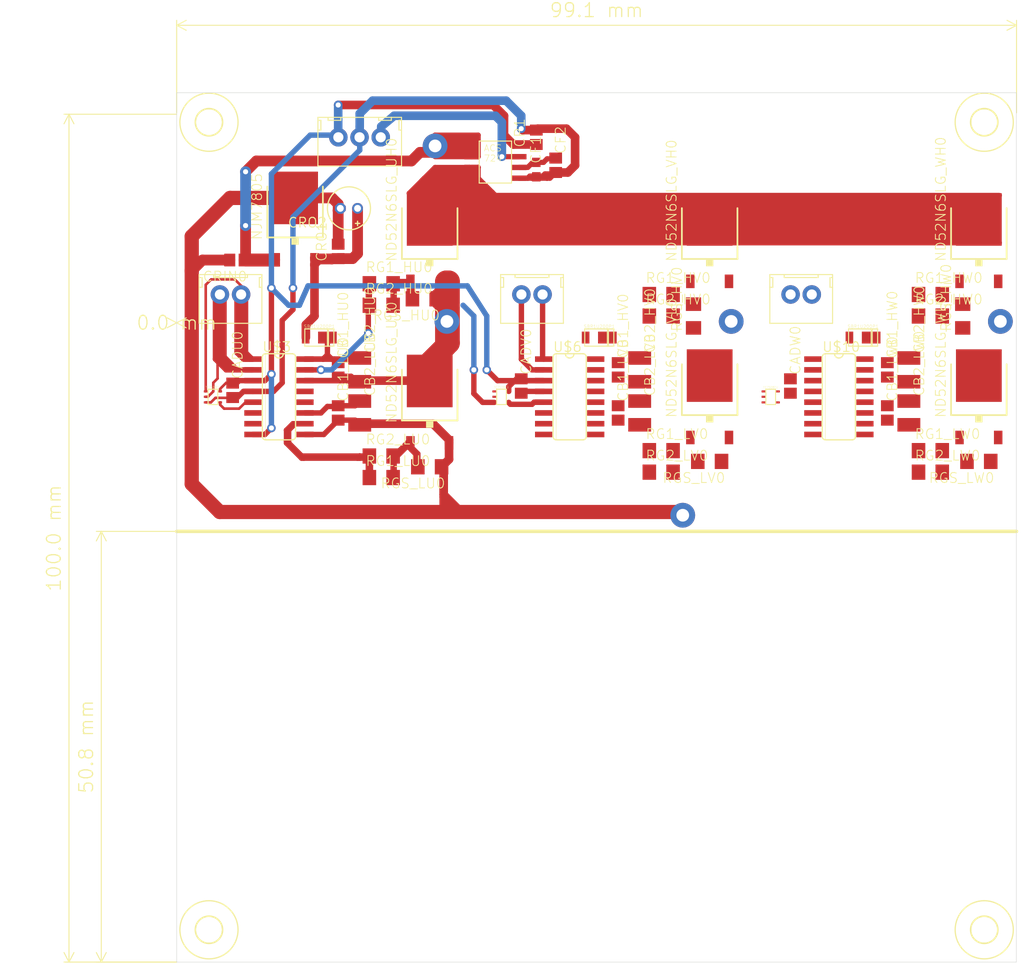
<source format=kicad_pcb>
(kicad_pcb (version 20211014) (generator pcbnew)
  (layers (0 "F.Cu" signal) (31 "B.Cu" signal) (34 "B.Paste" user) (35 "F.Paste" user) (36 "B.SilkS" user "B.Silkscreen") (37 "F.SilkS" user "F.Silkscreen") (38 "B.Mask" user) (39 "F.Mask" user) (44 "Edge.Cuts" user))
  (net 0 "")
  (net 1 "N$2")
  (net 2 "+5V")
  (net 3 "DGND")
  (net 4 "+18V")
  (net 5 "N$1")
  (net 6 "AGND")
  (net 7 "N$5")
  (net 8 "N$7")
  (net 9 "N$11")
  (net 10 "N$12")
  (net 11 "N$3")
  (net 12 "N$8")
  (net 13 "N$4")
  (net 14 "N$6")
  (net 15 "N$13")
  (net 16 "VCC")
  (net 17 "N$10")
  (net 18 "N$14")
  (net 19 "N$15")
  (net 20 "N$16")
  (net 21 "N$17")
  (net 22 "N$18")
  (net 23 "N$19")
  (net 24 "N$20")
  (net 25 "N$21")
  (net 26 "N$23")
  (net 27 "N$24")
  (net 28 "N$25")
  (net 29 "N$26")
  (net 30 "N$27")
  (net 31 "N$28")
  (net 32 "N$29")
  (net 33 "N$30")
  (net 34 "N$31")
  (net 35 "N$22")
  (footprint "motordriver_v1:3,0" (layer "F.Cu") (at 194.2311 57.2136)
    (fp_text reference "H1" hide)
    (fp_text value "MOUNT-HOLE3.0" hide)
  )
  (footprint "motordriver_v1:R3216" (layer "F.Cu") (at 187.8811 98.4886)
    (fp_text reference "RG2_LW0")
    (fp_text value "100")
  )
  (footprint "motordriver_v1:B2B-XH-A" (layer "F.Cu") (at 140.8911 77.5336 180)
    (fp_text reference "U$9" hide)
    (fp_text value "B2B-XH-A" hide)
  )
  (footprint "motordriver_v1:3,0" (layer "F.Cu") (at 194.2311 152.4636)
    (fp_text reference "H2" hide)
    (fp_text value "MOUNT-HOLE3.0" hide)
  )
  (footprint "motordriver_v1:R3216" (layer "F.Cu") (at 123.1111 76.2636)
    (fp_text reference "RG1_HU0")
    (fp_text value "100")
  )
  (footprint "motordriver_v1:R3216" (layer "F.Cu") (at 128.8261 97.8536 180)
    (fp_text reference "RGS_LU0")
    (fp_text value "10k")
  )
  (footprint "motordriver_v1:C3225" (layer "F.Cu") (at 120.5711 86.4236 -90)
    (fp_text reference "CB2_HU0")
    (fp_text value "10u")
  )
  (footprint "motordriver_v1:TO252" (layer "F.Cu") (at 112.9511 68.6436)
    (fp_text reference "NJM7805")
    (fp_text value "NJM7805SDL1")
  )
  (footprint "motordriver_v1:C1608" (layer "F.Cu") (at 141.3991 62.8016 -90)
    (fp_text reference "CF1")
    (fp_text value "1n")
  )
  (footprint "motordriver_v1:3,0" (layer "F.Cu") (at 102.7911 152.4636)
    (fp_text reference "H3" hide)
    (fp_text value "MOUNT-HOLE3.0" hide)
  )
  (footprint "motordriver_v1:R3216" (layer "F.Cu") (at 156.1311 95.9486)
    (fp_text reference "RG1_LV0")
    (fp_text value "100")
  )
  (footprint "motordriver_v1:E2-5" (layer "F.Cu") (at 119.3011 67.3736 180)
    (fp_text reference "CRO2")
    (fp_text value "47u")
  )
  (footprint "motordriver_v1:TH_HOLE_1.5MM" (layer "F.Cu") (at 129.4611 60.0076)
    (fp_text reference "UNK18V0" hide)
    (fp_text value "TH_HOLE_1.5MM" hide)
  )
  (footprint "motordriver_v1:C2012" (layer "F.Cu") (at 182.8011 91.5036 -90)
    (fp_text reference "CB1_LW0")
    (fp_text value "0.1u")
  )
  (footprint "motordriver_v1:B2B-XH-A" (layer "F.Cu") (at 105.3311 77.5336 180)
    (fp_text reference "U$2" hide)
    (fp_text value "B2B-XH-A" hide)
  )
  (footprint "motordriver_v1:R3216" (layer "F.Cu") (at 187.8811 80.0736)
    (fp_text reference "RG2_HW0")
    (fp_text value "100")
  )
  (footprint "motordriver_v1:C3225" (layer "F.Cu") (at 153.5911 86.4236 -90)
    (fp_text reference "CB2_HV0")
    (fp_text value "10u")
  )
  (footprint "motordriver_v1:TO252" (layer "F.Cu") (at 128.8261 90.2336)
    (fp_text reference "ND52N6SLG_UL0")
    (fp_text value "ND52N6SLG")
  )
  (footprint "motordriver_v1:TH_HOLE_1.5MM" (layer "F.Cu") (at 130.8581 80.7086)
    (fp_text reference "U0" hide)
    (fp_text value "TH_HOLE_1.5MM" hide)
  )
  (footprint "motordriver_v1:R3216" (layer "F.Cu") (at 123.1111 99.1236)
    (fp_text reference "RG1_LU0")
    (fp_text value "100")
  )
  (footprint "motordriver_v1:R3216" (layer "F.Cu") (at 161.8461 97.2186 180)
    (fp_text reference "RGS_LV0")
    (fp_text value "10k")
  )
  (footprint "motordriver_v1:TO252" (layer "F.Cu") (at 193.5961 89.5986)
    (fp_text reference "ND52N6SLG_WL0")
    (fp_text value "ND52N6SLG")
  )
  (footprint "motordriver_v1:C2012" (layer "F.Cu") (at 151.0511 91.5036 -90)
    (fp_text reference "CB1_LV0")
    (fp_text value "0.1u")
  )
  (footprint "motordriver_v1:R3216" (layer "F.Cu") (at 156.1311 77.5336)
    (fp_text reference "RG1_HV0")
    (fp_text value "100")
  )
  (footprint "motordriver_v1:R3216" (layer "F.Cu") (at 156.1311 98.4886)
    (fp_text reference "RG2_LV0")
    (fp_text value "100")
  )
  (footprint "motordriver_v1:ACS724" (layer "F.Cu") (at 134.5411 60.0076)
    (fp_text reference "ACS724" hide)
    (fp_text value "ACS724" hide)
  )
  (footprint "motordriver_v1:R3216" (layer "F.Cu") (at 128.1911 78.0416 180)
    (fp_text reference "RGS_HU0")
    (fp_text value "10k")
  )
  (footprint "motordriver_v1:R3216" (layer "F.Cu") (at 156.1311 80.0736)
    (fp_text reference "RG2_HV0")
    (fp_text value "100")
  )
  (footprint "motordriver_v1:TH_HOLE_1.5MM" (layer "F.Cu") (at 164.3861 80.7086)
    (fp_text reference "U1" hide)
    (fp_text value "TH_HOLE_1.5MM" hide)
  )
  (footprint "motordriver_v1:C3225" (layer "F.Cu") (at 153.5911 91.5036 -90)
    (fp_text reference "CB2_LV0")
    (fp_text value "10u")
  )
  (footprint "motordriver_v1:TC7S08FU" (layer "F.Cu") (at 136.4461 88.9636)
    (fp_text reference "U$8" hide)
    (fp_text value "TC7S08FU" hide)
  )
  (footprint "motordriver_v1:C2012" (layer "F.Cu") (at 141.3991 58.9916 90)
    (fp_text reference "CP1")
    (fp_text value "01u")
  )
  (footprint "motordriver_v1:SO16" (layer "F.Cu") (at 142.7961 85.1536)
    (fp_text reference "U$6")
    (fp_text value "ADUM3224")
  )
  (footprint "motordriver_v1:C2012" (layer "F.Cu") (at 118.0311 72.4536 90)
    (fp_text reference "CRO1")
    (fp_text value "0.1u")
  )
  (footprint "motordriver_v1:C2012" (layer "F.Cu") (at 105.5851 88.8366 -90)
    (fp_text reference "CADU0")
    (fp_text value "0.1u")
  )
  (footprint "motordriver_v1:SBR1U200P1" (layer "F.Cu") (at 178.3561 82.6136)
    (fp_text reference "U$11" hide)
    (fp_text value "SBR1U200P1" hide)
  )
  (footprint "motordriver_v1:TO252" (layer "F.Cu") (at 193.5961 71.1836)
    (fp_text reference "ND52N6SLG_WH0")
    (fp_text value "ND52N6SLG")
  )
  (footprint "motordriver_v1:R3216" (layer "F.Cu") (at 159.9411 80.0736 90)
    (fp_text reference "RGS_HV0")
    (fp_text value "10k")
  )
  (footprint "motordriver_v1:R3216" (layer "F.Cu") (at 123.1111 78.8036)
    (fp_text reference "RG2_HU0")
    (fp_text value "100")
  )
  (footprint "motordriver_v1:C2012" (layer "F.Cu") (at 182.8011 86.4236 -90)
    (fp_text reference "CB1_HW0")
    (fp_text value "0.1u")
  )
  (footprint "motordriver_v1:R3216" (layer "F.Cu") (at 187.8811 95.9486)
    (fp_text reference "RG1_LW0")
    (fp_text value "100")
  )
  (footprint "motordriver_v1:R3216" (layer "F.Cu") (at 187.8811 77.5336)
    (fp_text reference "RG1_HW0")
    (fp_text value "100")
  )
  (footprint "motordriver_v1:TC7S08FU" (layer "F.Cu") (at 102.4101 88.9636)
    (fp_text reference "U$5" hide)
    (fp_text value "TC7S08FU" hide)
  )
  (footprint "motordriver_v1:TO252" (layer "F.Cu") (at 161.8461 71.1836)
    (fp_text reference "ND52N6SLG_VH0")
    (fp_text value "ND52N6SLG")
  )
  (footprint "motordriver_v1:B3B-XH-A" (layer "F.Cu") (at 119.3011 58.9916 180)
    (fp_text reference "U$4" hide)
    (fp_text value "B3B-XH-A" hide)
  )
  (footprint "motordriver_v1:TH_HOLE_1.5MM" (layer "F.Cu") (at 196.1361 80.7086)
    (fp_text reference "U2" hide)
    (fp_text value "TH_HOLE_1.5MM" hide)
  )
  (footprint "motordriver_v1:TC7S08FU" (layer "F.Cu") (at 168.1961 88.9636)
    (fp_text reference "U$12" hide)
    (fp_text value "TC7S08FU" hide)
  )
  (footprint "motordriver_v1:C3225" (layer "F.Cu") (at 120.5711 91.5036 -90)
    (fp_text reference "CB2_LU0")
    (fp_text value "10u")
  )
  (footprint "motordriver_v1:C3225" (layer "F.Cu") (at 185.3411 86.4236 -90)
    (fp_text reference "CB2_HW0")
    (fp_text value "10u")
  )
  (footprint "motordriver_v1:SO16" (layer "F.Cu") (at 108.5061 85.1536)
    (fp_text reference "U$3")
    (fp_text value "ADUM3224")
  )
  (footprint "motordriver_v1:C2012" (layer "F.Cu") (at 118.0311 91.5036 -90)
    (fp_text reference "CB1_LU0")
    (fp_text value "0.1u")
  )
  (footprint "motordriver_v1:SBR1U200P1" (layer "F.Cu") (at 114.2211 82.6136)
    (fp_text reference "SBD_U0" hide)
    (fp_text value "SBR1U200P1" hide)
  )
  (footprint "motordriver_v1:TO252" (layer "F.Cu") (at 128.8261 71.1836)
    (fp_text reference "ND52N6SLG_UH0")
    (fp_text value "ND52N6SLG")
  )
  (footprint "motordriver_v1:C2012" (layer "F.Cu") (at 143.6851 62.2936 -90)
    (fp_text reference "CF2")
    (fp_text value "")
  )
  (footprint "motordriver_v1:SBR1U200P1" (layer "F.Cu") (at 147.2411 82.6136)
    (fp_text reference "SBD_V0" hide)
    (fp_text value "SBR1U200P1" hide)
  )
  (footprint "motordriver_v1:TH_HOLE_1.5MM" (layer "F.Cu") (at 158.6711 103.5686)
    (fp_text reference "AGND0" hide)
    (fp_text value "TH_HOLE_1.5MM" hide)
  )
  (footprint "motordriver_v1:R3216" (layer "F.Cu") (at 123.1111 96.5836)
    (fp_text reference "RG2_LU0")
    (fp_text value "100")
  )
  (footprint "motordriver_v1:B2B-XH-A" (layer "F.Cu") (at 172.6411 77.5336 180)
    (fp_text reference "U$13" hide)
    (fp_text value "B2B-XH-A" hide)
  )
  (footprint "motordriver_v1:TO252" (layer "F.Cu") (at 161.8461 89.5986)
    (fp_text reference "ND52N6SLG_VL0")
    (fp_text value "ND52N6SLG")
  )
  (footprint "motordriver_v1:3,0" (layer "F.Cu") (at 102.7911 57.2136)
    (fp_text reference "H4" hide)
    (fp_text value "MOUNT-HOLE3.0" hide)
  )
  (footprint "motordriver_v1:C2012" (layer "F.Cu") (at 118.0311 86.4236 -90)
    (fp_text reference "CB1_HU0")
    (fp_text value "0.1u")
  )
  (footprint "motordriver_v1:C2012" (layer "F.Cu") (at 106.0931 73.4696 180)
    (fp_text reference "CRIN0")
    (fp_text value "1u")
  )
  (footprint "motordriver_v1:R3216" (layer "F.Cu") (at 193.5961 97.2186 180)
    (fp_text reference "RGS_LW0")
    (fp_text value "10k")
  )
  (footprint "motordriver_v1:SO16" (layer "F.Cu") (at 174.5461 85.1536)
    (fp_text reference "U$10")
    (fp_text value "ADUM3224")
  )
  (footprint "motordriver_v1:R3216" (layer "F.Cu") (at 191.6911 80.0736 90)
    (fp_text reference "RGS_HW0")
    (fp_text value "10k")
  )
  (footprint "motordriver_v1:C3225" (layer "F.Cu") (at 185.3411 91.5036 -90)
    (fp_text reference "CB2_LW0")
    (fp_text value "10u")
  )
  (footprint "motordriver_v1:C2012" (layer "F.Cu") (at 151.0511 86.4236 -90)
    (fp_text reference "CB1_HV0")
    (fp_text value "0.1u")
  )
  (footprint "motordriver_v1:C2012" (layer "F.Cu") (at 171.3711 88.3286 -90)
    (fp_text reference "CADW0")
    (fp_text value "0.1u")
  )
  (footprint "motordriver_v1:C2012" (layer "F.Cu") (at 139.6211 88.3286 -90)
    (fp_text reference "CADV0")
    (fp_text value "0.1u")
  )
  (gr_line (start 98.9811 105.4736) (end 198.0411 105.4736) (layer "F.SilkS") (width 0.4064))
  (gr_line (start 198.0211 156.2736) (end 198.0211 53.7336) (layer "Edge.Cuts") (width 0.05))
  (gr_line (start 98.9811 53.7336) (end 98.9811 156.2736) (layer "Edge.Cuts") (width 0.05))
  (gr_line (start 98.9811 156.2736) (end 198.0211 156.2736) (layer "Edge.Cuts") (width 0.05))
  (gr_line (start 198.0211 53.7336) (end 98.9811 53.7336) (layer "Edge.Cuts") (width 0.05))
  (dimension (type aligned) (layer "F.SilkS") (pts (xy 98.9811 80.8736) (xy 98.9811 80.8736)) (height 7.62) (gr_text "0.0 mm" (at 98.9811 80.8736) (layer "F.SilkS") (effects (font (size 1.63576 1.63576) (thickness 0.14224)))) (format (units 2) (units_format 1) (precision 1)) (style (thickness 0.12) (arrow_length 1.27) (text_position_mode 0) (extension_height 0.58642) (extension_offset 0) keep_text_aligned))
  (dimension (type aligned) (layer "F.SilkS") (pts (xy 98.9811 156.2736) (xy 98.9811 105.4736)) (height -8.89) (gr_text "50.8 mm" (at 88.3131 130.8736 90) (layer "F.SilkS") (effects (font (size 1.63576 1.63576) (thickness 0.14224)))) (format (units 2) (units_format 1) (precision 1)) (style (thickness 0.12) (arrow_length 1.27) (text_position_mode 0) (extension_height 0.58642) (extension_offset 0) keep_text_aligned))
  (dimension (type aligned) (layer "F.SilkS") (pts (xy 98.9811 56.1086) (xy 198.0411 56.1086)) (height -10.325) (gr_text "99.1 mm" (at 148.5111 44.0056) (layer "F.SilkS") (effects (font (size 1.63576 1.63576) (thickness 0.14224)))) (format (units 2) (units_format 1) (precision 1)) (style (thickness 0.12) (arrow_length 1.27) (text_position_mode 0) (extension_height 0.58642) (extension_offset 0) keep_text_aligned))
  (dimension (type aligned) (layer "F.SilkS") (pts (xy 98.9811 156.2736) (xy 98.9811 56.2736)) (height -12.7) (gr_text "100.0 mm" (at 84.5031 106.2736 90) (layer "F.SilkS") (effects (font (size 1.63576 1.63576) (thickness 0.14224)))) (format (units 2) (units_format 1) (precision 1)) (style (thickness 0.12) (arrow_length 1.27) (text_position_mode 0) (extension_height 0.58642) (extension_offset 0) keep_text_aligned))
  (segment (start 142.6691 61.5316) (end 143.5971 61.5316) (width 0.6096) (layer "F.Cu") (net 1))
  (segment (start 143.5971 61.5316) (end 143.6851 61.4436) (width 0.6096) (layer "F.Cu") (net 1))
  (segment (start 141.3111 62.0396) (end 141.3991 61.9516) (width 0.6096) (layer "F.Cu") (net 1))
  (segment (start 139.3671 62.5476) (end 140.3831 62.5476) (width 0.6096) (layer "F.Cu") (net 1))
  (segment (start 142.2491 61.9516) (end 142.6691 61.5316) (width 0.6096) (layer "F.Cu") (net 1))
  (segment (start 140.8911 62.0396) (end 141.3111 62.0396) (width 0.6096) (layer "F.Cu") (net 1))
  (segment (start 141.3991 61.9516) (end 142.2491 61.9516) (width 0.6096) (layer "F.Cu") (net 1))
  (segment (start 140.3831 62.5476) (end 140.8911 62.0396) (width 0.6096) (layer "F.Cu") (net 1))
  (segment (start 139.8361 87.6936) (end 139.6211 87.4786) (width 0.635) (layer "F.Cu") (net 2))
  (segment (start 139.5821 87.4396) (end 139.6211 87.4786) (width 0.635) (layer "F.Cu") (net 2))
  (segment (start 137.5891 56.4516) (end 136.3191 55.1816) (width 1.016) (layer "F.Cu") (net 2))
  (segment (start 109.3951 94.0436) (end 110.1571 93.2816) (width 0.635) (layer "F.Cu") (net 2))
  (segment (start 109.3951 87.6936) (end 110.1571 86.9316) (width 0.635) (layer "F.Cu") (net 2))
  (segment (start 142.2627 87.6936) (end 136.8271 87.6936) (width 0.635) (layer "F.Cu") (net 2))
  (segment (start 142.2627 87.6936) (end 139.8361 87.6936) (width 0.635) (layer "F.Cu") (net 2))
  (segment (start 138.6931 59.8416) (end 139.2011 59.8416) (width 0.3048) (layer "F.Cu") (net 2))
  (segment (start 105.5851 87.9866) (end 106.0541 87.9866) (width 0.635) (layer "F.Cu") (net 2))
  (segment (start 137.5891 58.7376) (end 137.5891 56.4516) (width 1.016) (layer "F.Cu") (net 2))
  (segment (start 138.1479 88.9636) (end 138.1479 88.4048) (width 0.635) (layer "F.Cu") (net 2))
  (segment (start 107.9727 87.6936) (end 109.3951 87.6936) (width 0.635) (layer "F.Cu") (net 2))
  (segment (start 106.3471 87.6936) (end 107.9727 87.6936) (width 0.635) (layer "F.Cu") (net 2))
  (segment (start 138.1479 88.4048) (end 139.1131 87.4396) (width 0.635) (layer "F.Cu") (net 2))
  (segment (start 104.1119 88.9636) (end 104.1119 88.6588) (width 0.3048) (layer "F.Cu") (net 2))
  (segment (start 105.5461 87.9476) (end 105.5851 87.9866) (width 0.3048) (layer "F.Cu") (net 2))
  (segment (start 138.6931 59.8416) (end 137.5891 58.7376) (width 1.016) (layer "F.Cu") (net 2))
  (segment (start 136.3191 55.1816) (end 118.0311 55.1816) (width 1.016) (layer "F.Cu") (net 2))
  (segment (start 136.8271 87.6936) (end 135.5571 86.4236) (width 0.635) (layer "F.Cu") (net 2))
  (segment (start 141.3991 59.8416) (end 138.6931 59.8416) (width 1.016) (layer "F.Cu") (net 2))
  (segment (start 104.1119 88.6588) (end 104.8231 87.9476) (width 0.3048) (layer "F.Cu") (net 2))
  (segment (start 110.1571 86.9316) (end 110.1571 76.7716) (width 0.635) (layer "F.Cu") (net 2))
  (segment (start 139.2011 59.8416) (end 139.3671 60.0076) (width 0.3048) (layer "F.Cu") (net 2))
  (segment (start 104.8231 87.9476) (end 105.5461 87.9476) (width 0.3048) (layer "F.Cu") (net 2))
  (segment (start 107.9727 94.0436) (end 109.3951 94.0436) (width 0.635) (layer "F.Cu") (net 2))
  (segment (start 106.0541 87.9866) (end 106.3471 87.6936) (width 0.635) (layer "F.Cu") (net 2))
  (segment (start 139.1131 87.4396) (end 139.5821 87.4396) (width 0.635) (layer "F.Cu") (net 2))
  (via (at 118.0311 55.1816) (size 1.0064) (drill 0.6) (layers "F.Cu" "B.Cu") (net 2))
  (via (at 110.1571 76.7716) (size 1.0064) (drill 0.6) (layers "F.Cu" "B.Cu") (net 2))
  (via (at 110.1571 93.2816) (size 1.0064) (drill 0.6) (layers "F.Cu" "B.Cu") (net 2))
  (via (at 135.5571 86.4236) (size 1.0064) (drill 0.6) (layers "F.Cu" "B.Cu") (net 2))
  (via (at 110.1571 86.9316) (size 1.0064) (drill 0.6) (layers "F.Cu" "B.Cu") (net 2))
  (segment (start 110.1571 63.3096) (end 114.7291 58.7376) (width 0.635) (layer "B.Cu") (net 2))
  (segment (start 133.2711 76.5176) (end 114.4751 76.5176) (width 0.635) (layer "B.Cu") (net 2))
  (segment (start 118.0311 55.1816) (end 118.0311 58.9716) (width 1.016) (layer "B.Cu") (net 2))
  (segment (start 110.1571 86.9316) (end 110.1571 93.2816) (width 0.635) (layer "B.Cu") (net 2))
  (segment (start 114.4751 76.5176) (end 113.4591 78.8036) (width 0.635) (layer "B.Cu") (net 2))
  (segment (start 118.0311 58.9716) (end 118.0511 58.9916) (width 1.016) (layer "B.Cu") (net 2))
  (segment (start 135.5571 86.4236) (end 135.5571 80.0736) (width 0.635) (layer "B.Cu") (net 2))
  (segment (start 113.4591 78.8036) (end 112.1891 78.8036) (width 0.635) (layer "B.Cu") (net 2))
  (segment (start 117.7971 58.7376) (end 118.0511 58.9916) (width 0.635) (layer "B.Cu") (net 2))
  (segment (start 112.1891 78.8036) (end 110.1571 76.7716) (width 0.635) (layer "B.Cu") (net 2))
  (segment (start 135.5571 80.0736) (end 133.2711 76.5176) (width 0.635) (layer "B.Cu") (net 2))
  (segment (start 114.7291 58.7376) (end 117.7971 58.7376) (width 0.635) (layer "B.Cu") (net 2))
  (segment (start 110.1571 76.7716) (end 110.1571 63.3096) (width 0.635) (layer "B.Cu") (net 2))
  (segment (start 143.1771 63.3096) (end 142.4151 63.3096) (width 0.6096) (layer "F.Cu") (net 3))
  (segment (start 145.9711 58.9916) (end 144.9551 57.9756) (width 1.016) (layer "F.Cu") (net 3))
  (segment (start 134.0331 89.2176) (end 134.0331 86.4236) (width 0.635) (layer "F.Cu") (net 3))
  (segment (start 111.4271 80.5816) (end 112.6971 79.3116) (width 0.635) (layer "F.Cu") (net 3))
  (segment (start 145.9711 62.2936) (end 145.9711 58.9916) (width 1.016) (layer "F.Cu") (net 3))
  (segment (start 140.8911 63.8176) (end 140.8911 63.5636) (width 0.6096) (layer "F.Cu") (net 3))
  (segment (start 141.5651 57.9756) (end 141.3991 58.1416) (width 1.016) (layer "F.Cu") (net 3))
  (segment (start 141.4871 63.5636) (end 141.3991 63.6516) (width 0.6096) (layer "F.Cu") (net 3))
  (segment (start 136.4461 90.259) (end 135.0745 90.259) (width 0.635) (layer "F.Cu") (net 3))
  (segment (start 105.6241 89.7256) (end 105.5851 89.6866) (width 0.635) (layer "F.Cu") (net 3))
  (segment (start 145.1211 63.1436) (end 145.9711 62.2936) (width 1.016) (layer "F.Cu") (net 3))
  (segment (start 140.8911 63.5636) (end 140.6371 63.5636) (width 0.6096) (layer "F.Cu") (net 3))
  (segment (start 142.6691 63.8176) (end 143.0111 63.8176) (width 0.6096) (layer "F.Cu") (net 3))
  (segment (start 103.5531 89.7256) (end 106.0931 89.7256) (width 0.3048) (layer "F.Cu") (net 3))
  (segment (start 141.3991 63.6516) (end 142.5031 63.6516) (width 0.6096) (layer "F.Cu") (net 3))
  (segment (start 142.1611 63.5636) (end 141.4871 63.5636) (width 0.6096) (layer "F.Cu") (net 3))
  (segment (start 106.0931 89.7256) (end 105.6241 89.7256) (width 0.635) (layer "F.Cu") (net 3))
  (segment (start 135.0745 90.259) (end 134.0331 89.2176) (width 0.635) (layer "F.Cu") (net 3))
  (segment (start 139.8361 88.9636) (end 139.6211 89.1786) (width 0.635) (layer "F.Cu") (net 3))
  (segment (start 107.9727 88.9636) (end 110.4111 88.9636) (width 0.635) (layer "F.Cu") (net 3))
  (segment (start 103.0197 90.259) (end 103.5531 89.7256) (width 0.3048) (layer "F.Cu") (net 3))
  (segment (start 107.9727 88.9636) (end 106.8551 88.9636) (width 0.635) (layer "F.Cu") (net 3))
  (segment (start 144.9551 57.9756) (end 141.5651 57.9756) (width 1.016) (layer "F.Cu") (net 3))
  (segment (start 142.2627 88.9636) (end 139.8361 88.9636) (width 0.635) (layer "F.Cu") (net 3))
  (segment (start 140.3831 63.8176) (end 140.8911 63.8176) (width 0.6096) (layer "F.Cu") (net 3))
  (segment (start 142.5031 63.6516) (end 142.6691 63.8176) (width 0.6096) (layer "F.Cu") (net 3))
  (segment (start 143.0111 63.8176) (end 143.6851 63.1436) (width 0.6096) (layer "F.Cu") (net 3))
  (segment (start 140.6371 63.5636) (end 140.3831 63.8176) (width 0.6096) (layer "F.Cu") (net 3))
  (segment (start 141.3991 58.1416) (end 139.7871 58.1416) (width 1.016) (layer "F.Cu") (net 3))
  (segment (start 142.6691 63.8176) (end 143.1771 63.3096) (width 0.6096) (layer "F.Cu") (net 3))
  (segment (start 139.3671 63.8176) (end 140.3831 63.8176) (width 0.6096) (layer "F.Cu") (net 3))
  (segment (start 143.6851 63.1436) (end 145.1211 63.1436) (width 1.016) (layer "F.Cu") (net 3))
  (segment (start 106.8551 88.9636) (end 106.0931 89.7256) (width 0.635) (layer "F.Cu") (net 3))
  (segment (start 110.4111 88.9636) (end 111.4271 87.9476) (width 0.635) (layer "F.Cu") (net 3))
  (segment (start 142.4151 63.3096) (end 142.1611 63.5636) (width 0.6096) (layer "F.Cu") (net 3))
  (segment (start 111.4271 87.9476) (end 111.4271 80.5816) (width 0.635) (layer "F.Cu") (net 3))
  (segment (start 140.8911 63.8176) (end 142.6691 63.8176) (width 0.6096) (layer "F.Cu") (net 3))
  (segment (start 112.6971 79.3116) (end 112.6971 76.7716) (width 0.635) (layer "F.Cu") (net 3))
  (segment (start 139.7871 58.1416) (end 139.6211 57.9756) (width 1.016) (layer "F.Cu") (net 3))
  (segment (start 102.4101 90.259) (end 103.0197 90.259) (width 0.3048) (layer "F.Cu") (net 3))
  (via (at 139.6211 57.9756) (size 1.016) (drill 0.6) (layers "F.Cu" "B.Cu") (net 3))
  (via (at 112.6971 76.7716) (size 1.0064) (drill 0.6) (layers "F.Cu" "B.Cu") (net 3))
  (via (at 134.0331 86.4236) (size 1.0064) (drill 0.6) (layers "F.Cu" "B.Cu") (net 3))
  (segment (start 120.5711 56.1976) (end 120.5711 57.7016) (width 1.016) (layer "B.Cu") (net 3))
  (segment (start 120.5711 60.5156) (end 120.5711 59.0116) (width 0.635) (layer "B.Cu") (net 3))
  (segment (start 120.5711 57.7016) (end 120.5511 58.9916) (width 1.016) (layer "B.Cu") (net 3))
  (segment (start 139.6211 56.4516) (end 139.6211 57.9756) (width 1.016) (layer "B.Cu") (net 3))
  (segment (start 137.8431 54.6736) (end 139.6211 56.4516) (width 1.016) (layer "B.Cu") (net 3))
  (segment (start 112.6971 76.7716) (end 112.6971 68.3896) (width 0.635) (layer "B.Cu") (net 3))
  (segment (start 137.8431 54.6736) (end 122.0951 54.6736) (width 1.016) (layer "B.Cu") (net 3))
  (segment (start 134.0331 80.0736) (end 132.7631 78.8036) (width 0.635) (layer "B.Cu") (net 3))
  (segment (start 120.5711 59.0116) (end 120.5511 58.9916) (width 0.635) (layer "B.Cu") (net 3))
  (segment (start 112.6971 68.3896) (end 120.5711 60.5156) (width 0.635) (layer "B.Cu") (net 3))
  (segment (start 122.0951 54.6736) (end 120.5711 56.1976) (width 1.016) (layer "B.Cu") (net 3))
  (segment (start 134.0331 86.4236) (end 134.0331 80.0736) (width 0.635) (layer "B.Cu") (net 3))
  (segment (start 129.4611 61.2776) (end 133.7791 61.2776) (width 0.6096) (layer "F.Cu") (net 4))
  (segment (start 110.1571 73.2156) (end 107.6171 73.2156) (width 1.016) (layer "F.Cu") (net 4))
  (segment (start 129.4611 59.7536) (end 133.2711 59.7536) (width 0.6096) (layer "F.Cu") (net 4))
  (segment (start 110.3851 73.4436) (end 110.1571 73.2156) (width 1.016) (layer "F.Cu") (net 4))
  (segment (start 129.4611 59.2456) (end 129.4611 59.7536) (width 0.6096) (layer "F.Cu") (net 4))
  (segment (start 134.2871 59.2456) (end 129.4611 59.2456) (width 0.6096) (layer "F.Cu") (net 4))
  (segment (start 134.5411 58.7376) (end 129.4611 58.7376) (width 0.6096) (layer "F.Cu") (net 4))
  (segment (start 107.1091 69.4056) (end 107.1091 73.3036) (width 1.27) (layer "F.Cu") (net 4))
  (segment (start 129.4611 58.7376) (end 129.4611 59.2456) (width 0.6096) (layer "F.Cu") (net 4))
  (segment (start 110.6711 73.4436) (end 110.3851 73.4436) (width 1.016) (layer "F.Cu") (net 4))
  (segment (start 134.2871 60.7696) (end 133.7791 61.2776) (width 0.3048) (layer "F.Cu") (net 4))
  (segment (start 107.6171 73.7236) (end 110.4111 73.7236) (width 1.016) (layer "F.Cu") (net 4))
  (segment (start 133.7791 61.2776) (end 134.5411 61.2776) (width 0.6096) (layer "F.Cu") (net 4))
  (segment (start 133.7791 60.0076) (end 133.5251 60.0076) (width 0.3048) (layer "F.Cu") (net 4))
  (segment (start 127.6831 60.7696) (end 126.6671 61.7856) (width 1.27) (layer "F.Cu") (net 4))
  (segment (start 129.4611 60.7696) (end 127.6831 60.7696) (width 1.27) (layer "F.Cu") (net 4))
  (segment (start 134.5411 61.2776) (end 134.5411 58.7376) (width 0.6096) (layer "F.Cu") (net 4))
  (segment (start 129.4611 60.2616) (end 129.4611 60.7696) (width 0.6096) (layer "F.Cu") (net 4))
  (segment (start 107.6171 73.7236) (end 107.1971 73.7236) (width 1.016) (layer "F.Cu") (net 4))
  (segment (start 108.3791 61.7856) (end 107.1091 63.0556) (width 1.27) (layer "F.Cu") (net 4))
  (segment (start 134.2871 60.7696) (end 134.2871 60.2616) (width 0.6096) (layer "F.Cu") (net 4))
  (segment (start 107.1971 73.7236) (end 106.9431 73.4696) (width 1.016) (layer "F.Cu") (net 4))
  (segment (start 126.6671 61.7856) (end 108.3791 61.7856) (width 1.27) (layer "F.Cu") (net 4))
  (segment (start 129.4611 60.7696) (end 134.2871 60.7696) (width 0.6096) (layer "F.Cu") (net 4))
  (segment (start 133.5251 60.0076) (end 133.2711 59.7536) (width 0.3048) (layer "F.Cu") (net 4))
  (segment (start 107.6171 73.2156) (end 107.6171 73.7236) (width 1.016) (layer "F.Cu") (net 4))
  (segment (start 129.4611 60.0076) (end 129.4611 60.2616) (width 0.6096) (layer "F.Cu") (net 4))
  (segment (start 134.2871 60.2616) (end 129.4611 60.2616) (width 0.6096) (layer "F.Cu") (net 4))
  (segment (start 134.2871 59.7536) (end 134.2871 59.2456) (width 0.6096) (layer "F.Cu") (net 4))
  (segment (start 107.1091 73.3036) (end 106.9431 73.4696) (width 1.27) (layer "F.Cu") (net 4))
  (segment (start 129.4611 60.0076) (end 129.4611 59.7536) (width 0.6096) (layer "F.Cu") (net 4))
  (segment (start 133.2711 59.7536) (end 134.2871 59.7536) (width 0.6096) (layer "F.Cu") (net 4))
  (via (at 107.1091 69.4056) (size 1.27) (drill 0.6) (layers "F.Cu" "B.Cu") (net 4))
  (via (at 107.1091 63.0556) (size 1.27) (drill 0.6) (layers "F.Cu" "B.Cu") (net 4))
  (segment (start 107.1091 63.0556) (end 107.1091 69.4056) (width 1.27) (layer "B.Cu") (net 4))
  (segment (start 131.4931 69.9136) (end 131.4931 70.4216) (width 0.6096) (layer "F.Cu") (net 5))
  (segment (start 135.3031 65.3416) (end 127.4291 65.3416) (width 0.6096) (layer "F.Cu") (net 5))
  (segment (start 126.4131 65.5956) (end 136.0651 65.5956) (width 0.6096) (layer "F.Cu") (net 5))
  (segment (start 191.6911 69.6596) (end 192.6201 69.6596) (width 0.6096) (layer "F.Cu") (net 5))
  (segment (start 133.7791 62.5476) (end 134.5411 62.5476) (width 0.6096) (layer "F.Cu") (net 5))
  (segment (start 191.1831 67.3736) (end 191.1831 66.8656) (width 0.6096) (layer "F.Cu") (net 5))
  (segment (start 128.1911 63.8176) (end 126.4131 65.5956) (width 0.6096) (layer "F.Cu") (net 5))
  (segment (start 130.9851 70.9296) (end 130.9851 70.1676) (width 0.6096) (layer "F.Cu") (net 5))
  (segment (start 134.2871 63.3096) (end 129.2071 63.3096) (width 0.6096) (layer "F.Cu") (net 5))
  (segment (start 136.0651 65.5956) (end 136.1921 65.4686) (width 0.6096) (layer "F.Cu") (net 5))
  (segment (start 131.4931 69.4056) (end 191.1831 69.4056) (width 0.6096) (layer "F.Cu") (net 5))
  (segment (start 128.8261 68.6836) (end 161.8461 68.6836) (width 0.6096) (layer "F.Cu") (net 5))
  (segment (start 127.9371 64.0716) (end 129.4611 62.5476) (width 0.6096) (layer "F.Cu") (net 5))
  (segment (start 131.2391 70.1676) (end 131.4931 70.4216) (width 0.6096) (layer "F.Cu") (net 5))
  (segment (start 191.6911 69.9136) (end 131.4931 69.9136) (width 0.6096) (layer "F.Cu") (net 5))
  (segment (start 134.5411 64.3256) (end 128.1911 64.3256) (width 0.6096) (layer "F.Cu") (net 5))
  (segment (start 130.3101 70.1676) (end 128.8261 68.6836) (width 0.6096) (layer "F.Cu") (net 5))
  (segment (start 134.5411 62.5476) (end 134.5411 63.8176) (width 0.6096) (layer "F.Cu") (net 5))
  (segment (start 130.9851 70.1676) (end 131.2391 70.1676) (width 0.6096) (layer "F.Cu") (net 5))
  (segment (start 134.5411 63.8176) (end 136.1921 65.4686) (width 0.6096) (layer "F.Cu") (net 5))
  (segment (start 131.4931 65.5956) (end 131.4931 65.8496) (width 0.6096) (layer "F.Cu") (net 5))
  (segment (start 131.7471 67.3736) (end 191.1831 67.3736) (width 0.6096) (layer "F.Cu") (net 5))
  (segment (start 191.6911 71.4376) (end 191.1831 70.9296) (width 0.6096) (layer "F.Cu") (net 5))
  (segment (start 191.1831 69.4056) (end 191.1831 68.8976) (width 0.6096) (layer "F.Cu") (net 5))
  (segment (start 191.1831 70.9296) (end 130.9851 70.9296) (width 0.6096) (layer "F.Cu") (net 5))
  (segment (start 131.4931 66.3576) (end 131.4931 66.8656) (width 0.6096) (layer "F.Cu") (net 5))
  (segment (start 131.7471 68.8976) (end 131.7471 68.3896) (width 0.6096) (layer "F.Cu") (net 5))
  (segment (start 134.0331 63.0556) (end 134.5411 62.5476) (width 0.6096) (layer "F.Cu") (net 5))
  (segment (start 192.6201 69.6596) (end 193.5961 68.6836) (width 0.6096) (layer "F.Cu") (net 5))
  (segment (start 131.4931 66.8656) (end 131.4931 69.4056) (width 0.6096) (layer "F.Cu") (net 5))
  (segment (start 191.4371 67.8816) (end 131.7471 67.8816) (width 0.6096) (layer "F.Cu") (net 5))
  (segment (start 191.4371 70.4216) (end 191.6911 70.1676) (width 0.6096) (layer "F.Cu") (net 5))
  (segment (start 127.4291 64.8336) (end 135.0491 64.8336) (width 0.6096) (layer "F.Cu") (net 5))
  (segment (start 131.7471 68.3896) (end 191.4371 68.3896) (width 0.6096) (layer "F.Cu") (net 5))
  (segment (start 131.4931 70.4216) (end 191.4371 70.4216) (width 0.6096) (layer "F.Cu") (net 5))
  (segment (start 135.8111 65.8496) (end 135.3031 65.3416) (width 0.6096) (layer "F.Cu") (net 5))
  (segment (start 136.1921 65.4686) (end 136.5731 65.8496) (width 0.6096) (layer "F.Cu") (net 5))
  (segment (start 129.2071 63.3096) (end 129.4611 63.0556) (width 0.6096) (layer "F.Cu") (net 5))
  (segment (start 127.4291 65.3416) (end 127.4291 64.8336) (width 0.6096) (layer "F.Cu") (net 5))
  (segment (start 131.4931 71.4376) (end 191.6911 71.4376) (width 0.6096) (layer "F.Cu") (net 5))
  (segment (start 128.1911 64.3256) (end 127.9371 64.5796) (width 0.6096) (layer "F.Cu") (net 5))
  (segment (start 128.9531 63.3096) (end 129.2071 63.3096) (width 0.6096) (layer "F.Cu") (net 5))
  (segment (start 191.1831 68.8976) (end 131.7471 68.8976) (width 0.6096) (layer "F.Cu") (net 5))
  (segment (start 130.9851 70.1676) (end 130.3101 70.1676) (width 0.6096) (layer "F.Cu") (net 5))
  (segment (start 191.6911 70.1676) (end 191.6911 69.9136) (width 0.6096) (layer "F.Cu") (net 5))
  (segment (start 129.4611 63.0556) (end 134.0331 63.0556) (width 0.6096) (layer "F.Cu") (net 5))
  (segment (start 135.3031 64.8336) (end 135.0491 64.8336) (width 0.6096) (layer "F.Cu") (net 5))
  (segment (start 131.4931 70.4216) (end 131.4931 71.4376) (width 0.6096) (layer "F.Cu") (net 5))
  (segment (start 127.9371 64.5796) (end 127.9371 64.0716) (width 0.6096) (layer "F.Cu") (net 5))
  (segment (start 131.4931 66.3576) (end 131.4931 65.8496) (width 0.6096) (layer "F.Cu") (net 5))
  (segment (start 191.1831 66.3576) (end 131.4931 66.3576) (width 0.6096) (layer "F.Cu") (net 5))
  (segment (start 136.5731 65.8496) (end 196.0091 65.8496) (width 0.6096) (layer "F.Cu") (net 5))
  (segment (start 135.0491 64.8336) (end 134.5411 64.3256) (width 0.6096) (layer "F.Cu") (net 5))
  (segment (start 131.4931 65.8496) (end 135.8111 65.8496) (width 0.6096) (layer "F.Cu") (net 5))
  (segment (start 136.5731 65.8496) (end 135.8111 65.8496) (width 0.6096) (layer "F.Cu") (net 5))
  (segment (start 129.4611 62.5476) (end 133.5251 62.5476) (width 0.6096) (layer "F.Cu") (net 5))
  (segment (start 133.5251 62.5476) (end 134.2871 63.3096) (width 0.6096) (layer "F.Cu") (net 5))
  (segment (start 131.7471 67.8816) (end 131.7471 67.3736) (width 0.6096) (layer "F.Cu") (net 5))
  (segment (start 131.4931 69.9136) (end 131.4931 69.4056) (width 0.6096) (layer "F.Cu") (net 5))
  (segment (start 191.6911 69.6596) (end 191.6911 69.9136) (width 0.6096) (layer "F.Cu") (net 5))
  (segment (start 131.4931 66.8656) (end 191.1831 66.8656) (width 0.6096) (layer "F.Cu") (net 5))
  (segment (start 196.0091 71.4376) (end 191.6911 71.4376) (width 0.6096) (layer "F.Cu") (net 5))
  (segment (start 191.1831 66.8656) (end 191.1831 66.3576) (width 0.6096) (layer "F.Cu") (net 5))
  (segment (start 133.7791 63.8176) (end 128.1911 63.8176) (width 0.6096) (layer "F.Cu") (net 5))
  (segment (start 191.4371 68.3896) (end 191.4371 67.8816) (width 0.6096) (layer "F.Cu") (net 5))
  (segment (start 131.1061 96.9736) (end 130.2261 97.8536) (width 1.016) (layer "F.Cu") (net 6))
  (segment (start 120.7011 92.7736) (end 120.5711 92.9036) (width 1.016) (layer "F.Cu") (net 6))
  (segment (start 100.7591 74.7396) (end 100.7591 99.8856) (width 1.6764) (layer "F.Cu") (net 6))
  (segment (start 118.0311 92.3536) (end 120.0211 92.3536) (width 0.635) (layer "F.Cu") (net 6))
  (segment (start 112.9511 66.1436) (end 117.3091 66.1436) (width 1.27) (layer "F.Cu") (net 6))
  (segment (start 100.7591 99.8856) (end 104.0611 103.1876) (width 1.6764) (layer "F.Cu") (net 6))
  (segment (start 130.4771 98.6156) (end 130.4771 101.1556) (width 1.016) (layer "F.Cu") (net 6))
  (segment (start 104.0611 103.1876) (end 158.2901 103.1876) (width 1.6764) (layer "F.Cu") (net 6))
  (segment (start 131.1061 95.0336) (end 131.1061 94.6726) (width 1.016) (layer "F.Cu") (net 6))
  (segment (start 105.2911 66.1436) (end 100.7591 70.6756) (width 1.6764) (layer "F.Cu") (net 6))
  (segment (start 129.9691 103.1876) (end 130.4771 102.6796) (width 1.016) (layer "F.Cu") (net 6))
  (segment (start 120.0211 92.3536) (end 120.5711 92.9036) (width 0.635) (layer "F.Cu") (net 6))
  (segment (start 118.0311 66.8656) (end 118.0311 67.6276) (width 1.27) (layer "F.Cu") (net 6))
  (segment (start 116.3411 94.0436) (end 118.0311 92.3536) (width 0.635) (layer "F.Cu") (net 6))
  (segment (start 131.1061 94.6726) (end 129.2071 92.7736) (width 1.016) (layer "F.Cu") (net 6))
  (segment (start 117.3091 66.1436) (end 118.0311 66.8656) (width 1.27) (layer "F.Cu") (net 6))
  (segment (start 132.2551 102.9336) (end 132.0011 102.9336) (width 1.016) (layer "F.Cu") (net 6))
  (segment (start 102.0291 73.4696) (end 100.7591 74.7396) (width 1.27) (layer "F.Cu") (net 6))
  (segment (start 130.4771 102.6796) (end 130.4771 101.4096) (width 1.016) (layer "F.Cu") (net 6))
  (segment (start 114.1195 94.0436) (end 116.3411 94.0436) (width 0.635) (layer "F.Cu") (net 6))
  (segment (start 130.4771 101.1556) (end 130.4771 98.1046) (width 1.016) (layer "F.Cu") (net 6))
  (segment (start 129.2071 92.7736) (end 120.7011 92.7736) (width 1.016) (layer "F.Cu") (net 6))
  (segment (start 130.4771 98.1046) (end 130.2261 97.8536) (width 1.016) (layer "F.Cu") (net 6))
  (segment (start 130.4771 101.1556) (end 132.2551 102.9336) (width 1.016) (layer "F.Cu") (net 6))
  (segment (start 132.0011 102.9336) (end 130.4771 101.4096) (width 1.016) (layer "F.Cu") (net 6))
  (segment (start 131.1061 95.0336) (end 131.1061 96.9736) (width 1.016) (layer "F.Cu") (net 6))
  (segment (start 105.2431 73.4696) (end 102.0291 73.4696) (width 1.27) (layer "F.Cu") (net 6))
  (segment (start 130.4771 101.4096) (end 130.4771 101.1556) (width 1.016) (layer "F.Cu") (net 6))
  (segment (start 118.0311 67.6276) (end 118.2851 67.3736) (width 1.27) (layer "F.Cu") (net 6))
  (segment (start 158.2901 103.1876) (end 158.6711 103.5686) (width 1.6764) (layer "F.Cu") (net 6))
  (segment (start 100.7591 70.6756) (end 100.7591 74.7396) (width 1.6764) (layer "F.Cu") (net 6))
  (segment (start 104.0611 103.1876) (end 129.9691 103.1876) (width 1.016) (layer "F.Cu") (net 6))
  (segment (start 118.0311 71.6036) (end 118.0311 67.6276) (width 1.27) (layer "F.Cu") (net 6))
  (segment (start 112.9511 66.1436) (end 105.2911 66.1436) (width 1.6764) (layer "F.Cu") (net 6))
  (segment (start 126.4131 94.8056) (end 126.4131 95.5676) (width 0.635) (layer "F.Cu") (net 7))
  (segment (start 124.9961 96.5836) (end 124.9961 96.4366) (width 0.635) (layer "F.Cu") (net 7))
  (segment (start 124.5111 98.2376) (end 124.6351 98.3616) (width 0.635) (layer "F.Cu") (net 7))
  (segment (start 127.1751 96.3296) (end 127.1751 97.0916) (width 0.635) (layer "F.Cu") (net 7))
  (segment (start 127.4291 97.0916) (end 127.4291 97.8506) (width 0.635) (layer "F.Cu") (net 7))
  (segment (start 127.1751 97.0916) (end 127.4291 97.0916) (width 0.635) (layer "F.Cu") (net 7))
  (segment (start 127.4291 97.8506) (end 127.4261 97.8536) (width 0.635) (layer "F.Cu") (net 7))
  (segment (start 127.4291 96.5836) (end 127.4291 96.3296) (width 0.635) (layer "F.Cu") (net 7))
  (segment (start 127.4291 97.0916) (end 127.4291 96.5836) (width 0.635) (layer "F.Cu") (net 7))
  (segment (start 124.8891 96.3296) (end 126.4131 94.8056) (width 0.635) (layer "F.Cu") (net 7))
  (segment (start 126.4131 95.5676) (end 127.1751 96.3296) (width 0.635) (layer "F.Cu") (net 7))
  (segment (start 124.5111 96.5836) (end 124.5111 98.2376) (width 0.635) (layer "F.Cu") (net 7))
  (segment (start 126.6671 95.5676) (end 126.6671 95.8216) (width 0.635) (layer "F.Cu") (net 7))
  (segment (start 126.6671 95.8216) (end 127.4291 96.5836) (width 0.635) (layer "F.Cu") (net 7))
  (segment (start 124.6351 98.3616) (end 124.6351 98.9996) (width 0.635) (layer "F.Cu") (net 7))
  (segment (start 124.6351 98.3616) (end 124.6351 96.8376) (width 0.635) (layer "F.Cu") (net 7))
  (segment (start 124.5111 96.5836) (end 124.9961 96.5836) (width 0.635) (layer "F.Cu") (net 7))
  (segment (start 124.9961 96.4366) (end 124.8891 96.3296) (width 0.635) (layer "F.Cu") (net 7))
  (segment (start 124.6351 98.9996) (end 124.5111 99.1236) (width 0.635) (layer "F.Cu") (net 7))
  (segment (start 124.9961 96.5836) (end 126.5461 95.0336) (width 0.635) (layer "F.Cu") (net 7))
  (segment (start 127.4291 96.3296) (end 126.6671 95.5676) (width 0.635) (layer "F.Cu") (net 7))
  (segment (start 124.5111 76.9016) (end 124.3811 76.7716) (width 0.635) (layer "F.Cu") (net 8))
  (segment (start 126.2661 76.1566) (end 126.4131 76.0096) (width 0.635) (layer "F.Cu") (net 8))
  (segment (start 126.2661 76.2636) (end 126.2661 76.1566) (width 0.635) (layer "F.Cu") (net 8))
  (segment (start 126.4131 76.5176) (end 126.4131 78.0416) (width 0.635) (layer "F.Cu") (net 8))
  (segment (start 124.5111 76.9016) (end 124.6351 77.0256) (width 0.635) (layer "F.Cu") (net 8))
  (segment (start 124.5111 78.8036) (end 124.5111 76.9016) (width 0.635) (layer "F.Cu") (net 8))
  (segment (start 126.7911 76.6416) (end 126.6671 76.5176) (width 0.635) (layer "F.Cu") (net 8))
  (segment (start 126.7911 78.0416) (end 126.7911 76.6416) (width 0.635) (layer "F.Cu") (net 8))
  (segment (start 124.6351 77.0256) (end 124.6351 78.5496) (width 0.635) (layer "F.Cu") (net 8))
  (segment (start 124.6351 76.3876) (end 124.5111 76.2636) (width 0.635) (layer "F.Cu") (net 8))
  (segment (start 126.6671 76.5176) (end 126.4131 76.5176) (width 0.635) (layer "F.Cu") (net 8))
  (segment (start 126.2661 76.2636) (end 126.5461 75.9836) (width 0.635) (layer "F.Cu") (net 8))
  (segment (start 124.6351 77.0256) (end 124.6351 76.3876) (width 0.635) (layer "F.Cu") (net 8))
  (segment (start 126.4131 76.1166) (end 126.5461 75.9836) (width 0.635) (layer "F.Cu") (net 8))
  (segment (start 126.4131 76.5176) (end 126.4131 76.1166) (width 0.635) (layer "F.Cu") (net 8))
  (segment (start 126.4131 76.0096) (end 124.6351 76.0096) (width 0.635) (layer "F.Cu") (net 8))
  (segment (start 124.5111 76.2636) (end 126.2661 76.2636) (width 0.635) (layer "F.Cu") (net 8))
  (segment (start 117.2691 85.1536) (end 117.6111 85.1536) (width 0.635) (layer "F.Cu") (net 9))
  (segment (start 120.4411 85.1536) (end 120.5711 85.0236) (width 0.6604) (layer "F.Cu") (net 9))
  (segment (start 117.6111 85.1536) (end 118.0311 85.5736) (width 0.635) (layer "F.Cu") (net 9))
  (segment (start 114.1195 85.1536) (end 116.2531 85.1536) (width 0.6604) (layer "F.Cu") (net 9))
  (segment (start 116.2531 85.1536) (end 117.2691 85.1536) (width 0.6604) (layer "F.Cu") (net 9))
  (segment (start 116.7611 82.6136) (end 116.7611 84.6456) (width 0.635) (layer "F.Cu") (net 9))
  (segment (start 116.7611 84.6456) (end 116.2531 85.1536) (width 0.635) (layer "F.Cu") (net 9))
  (segment (start 116.7611 84.6456) (end 117.2691 85.1536) (width 0.635) (layer "F.Cu") (net 9))
  (segment (start 117.2691 85.1536) (end 120.4411 85.1536) (width 0.6604) (layer "F.Cu") (net 9))
  (segment (start 118.0311 87.1856) (end 119.5551 87.1856) (width 0.635) (layer "F.Cu") (net 10))
  (segment (start 120.4411 87.6936) (end 120.5711 87.8236) (width 0.6604) (layer "F.Cu") (net 10))
  (segment (start 130.8581 80.7086) (end 130.8581 77.4066) (width 0.635) (layer "F.Cu") (net 10))
  (segment (start 120.5711 87.8236) (end 120.1931 87.8236) (width 0.635) (layer "F.Cu") (net 10))
  (segment (start 130.8581 77.4066) (end 129.9691 76.5176) (width 0.635) (layer "F.Cu") (net 10))
  (segment (start 129.2071 77.5336) (end 129.2071 78.5496) (width 0.635) (layer "F.Cu") (net 10))
  (segment (start 130.7571 75.9836) (end 130.7311 76.0096) (width 2.54) (layer "F.Cu") (net 10))
  (segment (start 131.1061 83.2546) (end 128.9531 85.4076) (width 2.54) (layer "F.Cu") (net 10))
  (segment (start 120.1931 87.8236) (end 120.0631 87.6936) (width 0.635) (layer "F.Cu") (net 10))
  (segment (start 130.7311 80.0736) (end 130.7311 83.6296) (width 2.54) (layer "F.Cu") (net 10))
  (segment (start 120.0631 87.6936) (end 120.4411 87.6936) (width 0.6604) (layer "F.Cu") (net 10))
  (segment (start 114.1195 87.6936) (end 120.0631 87.6936) (width 0.6604) (layer "F.Cu") (net 10))
  (segment (start 118.7931 87.1856) (end 118.1191 87.1856) (width 0.635) (layer "F.Cu") (net 10))
  (segment (start 129.9691 76.7716) (end 129.2071 77.5336) (width 0.635) (layer "F.Cu") (net 10))
  (segment (start 130.7311 83.6296) (end 127.9371 86.4236) (width 2.54) (layer "F.Cu") (net 10))
  (segment (start 128.7861 87.6936) (end 128.8261 87.7336) (width 1.016) (layer "F.Cu") (net 10))
  (segment (start 128.9531 87.6066) (end 128.8261 87.7336) (width 2.54) (layer "F.Cu") (net 10))
  (segment (start 130.7311 76.0096) (end 130.7311 80.0736) (width 2.54) (layer "F.Cu") (net 10))
  (segment (start 129.2071 78.5496) (end 130.7311 80.0736) (width 0.635) (layer "F.Cu") (net 10))
  (segment (start 131.1061 75.9836) (end 131.1061 83.2546) (width 2.54) (layer "F.Cu") (net 10))
  (segment (start 119.4311 87.8236) (end 118.7931 87.1856) (width 0.635) (layer "F.Cu") (net 10))
  (segment (start 131.1061 75.9836) (end 130.7571 75.9836) (width 2.54) (layer "F.Cu") (net 10))
  (segment (start 128.9531 85.4076) (end 128.9531 87.6066) (width 2.54) (layer "F.Cu") (net 10))
  (segment (start 118.1191 87.1856) (end 118.0311 87.2736) (width 0.635) (layer "F.Cu") (net 10))
  (segment (start 120.5711 87.8236) (end 119.4311 87.8236) (width 0.635) (layer "F.Cu") (net 10))
  (segment (start 129.9691 76.5176) (end 129.9691 76.7716) (width 0.635) (layer "F.Cu") (net 10))
  (segment (start 119.5551 87.1856) (end 120.0631 87.6936) (width 0.635) (layer "F.Cu") (net 10))
  (segment (start 120.0631 87.6936) (end 128.7861 87.6936) (width 1.016) (layer "F.Cu") (net 10))
  (segment (start 114.1195 86.4236) (end 115.9991 86.4236) (width 0.635) (layer "F.Cu") (net 11))
  (segment (start 121.5871 82.1056) (end 121.5871 78.9276) (width 0.635) (layer "F.Cu") (net 11))
  (segment (start 121.7111 78.8036) (end 121.7111 76.8956) (width 0.635) (layer "F.Cu") (net 11))
  (segment (start 121.5871 78.9276) (end 121.7111 78.8036) (width 0.635) (layer "F.Cu") (net 11))
  (segment (start 121.5871 76.3876) (end 121.7111 76.2636) (width 0.635) (layer "F.Cu") (net 11))
  (segment (start 121.7111 76.8956) (end 121.5871 76.7716) (width 0.635) (layer "F.Cu") (net 11))
  (segment (start 121.5871 76.7716) (end 121.5871 78.8036) (width 0.635) (layer "F.Cu") (net 11))
  (segment (start 121.5871 76.7716) (end 121.5871 76.3876) (width 0.635) (layer "F.Cu") (net 11))
  (via (at 115.9991 86.4236) (size 1.0064) (drill 0.6) (layers "F.Cu" "B.Cu") (net 11))
  (via (at 121.5871 82.1056) (size 1.0064) (drill 0.6) (layers "F.Cu" "B.Cu") (net 11))
  (segment (start 115.9991 86.4236) (end 117.2691 86.4236) (width 0.635) (layer "B.Cu") (net 11))
  (segment (start 117.2691 86.4236) (end 121.5871 82.1056) (width 0.635) (layer "B.Cu") (net 11))
  (segment (start 120.3171 96.8376) (end 120.5711 96.8376) (width 0.635) (layer "F.Cu") (net 12))
  (segment (start 121.8411 98.3616) (end 121.8411 96.8376) (width 0.635) (layer "F.Cu") (net 12))
  (segment (start 111.9351 95.0596) (end 111.9351 94.8056) (width 0.635) (layer "F.Cu") (net 12))
  (segment (start 121.8411 98.9936) (end 121.7111 99.1236) (width 0.635) (layer "F.Cu") (net 12))
  (segment (start 121.7111 96.5836) (end 121.7111 96.7136) (width 0.635) (layer "F.Cu") (net 12))
  (segment (start 112.9511 92.7736) (end 112.6971 92.7736) (width 0.635) (layer "F.Cu") (net 12))
  (segment (start 112.1891 95.0596) (end 113.7131 96.5836) (width 0.635) (layer "F.Cu") (net 12))
  (segment (start 120.5711 96.5836) (end 121.7111 96.5836) (width 0.635) (layer "F.Cu") (net 12))
  (segment (start 111.9351 93.5356) (end 112.1891 93.5356) (width 0.635) (layer "F.Cu") (net 12))
  (segment (start 120.3171 96.8376) (end 120.5711 96.5836) (width 0.635) (layer "F.Cu") (net 12))
  (segment (start 113.9671 96.8376) (end 120.3171 96.8376) (width 0.635) (layer "F.Cu") (net 12))
  (segment (start 120.5711 96.5836) (end 120.5711 96.8376) (width 0.635) (layer "F.Cu") (net 12))
  (segment (start 121.7111 96.7136) (end 121.5871 96.8376) (width 0.635) (layer "F.Cu") (net 12))
  (segment (start 113.7131 96.8376) (end 111.9351 95.0596) (width 0.635) (layer "F.Cu") (net 12))
  (segment (start 114.1195 92.7736) (end 112.9511 92.7736) (width 0.635) (layer "F.Cu") (net 12))
  (segment (start 111.9351 94.8056) (end 113.9671 96.8376) (width 0.635) (layer "F.Cu") (net 12))
  (segment (start 113.7131 96.5836) (end 120.5711 96.5836) (width 0.635) (layer "F.Cu") (net 12))
  (segment (start 111.9351 93.5356) (end 111.9351 94.8056) (width 0.635) (layer "F.Cu") (net 12))
  (segment (start 112.1891 93.5356) (end 112.9511 92.7736) (width 0.635) (layer "F.Cu") (net 12))
  (segment (start 113.9671 96.8376) (end 113.7131 96.8376) (width 0.635) (layer "F.Cu") (net 12))
  (segment (start 121.5871 98.3616) (end 121.8411 98.3616) (width 0.635) (layer "F.Cu") (net 12))
  (segment (start 121.5871 96.8376) (end 121.5871 98.3616) (width 0.635) (layer "F.Cu") (net 12))
  (segment (start 121.8411 98.3616) (end 121.8411 98.9936) (width 0.635) (layer "F.Cu") (net 12))
  (segment (start 112.1891 93.5356) (end 112.1891 95.0596) (width 0.635) (layer "F.Cu") (net 12))
  (segment (start 112.6971 92.7736) (end 111.9351 93.5356) (width 0.635) (layer "F.Cu") (net 12))
  (segment (start 121.5871 96.8376) (end 120.5711 96.8376) (width 0.635) (layer "F.Cu") (net 12))
  (segment (start 104.1119 90.259) (end 104.1119 90.5384) (width 0.3048) (layer "F.Cu") (net 13))
  (segment (start 107.1091 90.2336) (end 107.9727 90.2336) (width 0.3048) (layer "F.Cu") (net 13))
  (segment (start 104.1119 90.5384) (end 104.5691 90.9956) (width 0.3048) (layer "F.Cu") (net 13))
  (segment (start 104.5691 90.9956) (end 106.3471 90.9956) (width 0.3048) (layer "F.Cu") (net 13))
  (segment (start 106.3471 90.9956) (end 107.1091 90.2336) (width 0.3048) (layer "F.Cu") (net 13))
  (segment (start 106.0931 77.5336) (end 106.5811 77.5336) (width 0.635) (layer "F.Cu") (net 14))
  (segment (start 106.8551 85.1536) (end 106.0931 84.3916) (width 0.635) (layer "F.Cu") (net 14))
  (segment (start 107.1091 77.5336) (end 107.1091 84.3916) (width 0.635) (layer "F.Cu") (net 14))
  (segment (start 106.6011 76.5176) (end 106.6011 77.5136) (width 0.3048) (layer "F.Cu") (net 14))
  (segment (start 107.1091 84.3916) (end 107.8711 85.1536) (width 0.635) (layer "F.Cu") (net 14))
  (segment (start 106.6011 84.1376) (end 106.6011 77.5536) (width 0.635) (layer "F.Cu") (net 14))
  (segment (start 102.4101 88.9636) (end 102.4101 76.3906) (width 0.3048) (layer "F.Cu") (net 14))
  (segment (start 107.8711 85.1536) (end 107.6171 85.1536) (width 0.635) (layer "F.Cu") (net 14))
  (segment (start 107.6171 85.1536) (end 106.6011 84.1376) (width 0.635) (layer "F.Cu") (net 14))
  (segment (start 107.6171 85.1536) (end 106.8551 85.1536) (width 0.635) (layer "F.Cu") (net 14))
  (segment (start 106.6011 77.5536) (end 106.5811 77.5336) (width 0.635) (layer "F.Cu") (net 14))
  (segment (start 106.0931 84.3916) (end 106.0931 77.5336) (width 0.635) (layer "F.Cu") (net 14))
  (segment (start 106.6011 77.5136) (end 106.5811 77.5336) (width 0.3048) (layer "F.Cu") (net 14))
  (segment (start 102.4101 76.3906) (end 103.0451 75.7556) (width 0.3048) (layer "F.Cu") (net 14))
  (segment (start 105.8391 75.7556) (end 106.6011 76.5176) (width 0.3048) (layer "F.Cu") (net 14))
  (segment (start 106.5811 77.5336) (end 107.1091 77.5336) (width 0.635) (layer "F.Cu") (net 14))
  (segment (start 103.0451 75.7556) (end 105.8391 75.7556) (width 0.3048) (layer "F.Cu") (net 14))
  (segment (start 107.9727 85.1536) (end 107.8711 85.1536) (width 0.635) (layer "F.Cu") (net 14))
  (segment (start 103.2991 87.9476) (end 103.8071 87.4396) (width 0.3048) (layer "F.Cu") (net 15))
  (segment (start 103.5531 85.1536) (end 103.5531 77.5336) (width 0.635) (layer "F.Cu") (net 15))
  (segment (start 105.5851 86.4236) (end 104.8231 86.4236) (width 0.635) (layer "F.Cu") (net 15))
  (segment (start 104.5691 84.8996) (end 106.0931 86.4236) (width 0.635) (layer "F.Cu") (net 15))
  (segment (start 103.2991 88.9636) (end 103.2991 87.9476) (width 0.3048) (layer "F.Cu") (net 15))
  (segment (start 107.9727 86.4236) (end 106.0931 86.4236) (width 0.635) (layer "F.Cu") (net 15))
  (segment (start 102.6641 89.5986) (end 103.2991 88.9636) (width 0.3048) (layer "F.Cu") (net 15))
  (segment (start 104.0611 77.5536) (end 104.0811 77.5336) (width 0.635) (layer "F.Cu") (net 15))
  (segment (start 104.5691 77.5336) (end 104.5691 84.8996) (width 0.635) (layer "F.Cu") (net 15))
  (segment (start 104.8231 86.4236) (end 103.5531 85.1536) (width 0.635) (layer "F.Cu") (net 15))
  (segment (start 106.0931 86.4236) (end 105.5851 86.4236) (width 0.635) (layer "F.Cu") (net 15))
  (segment (start 105.5851 86.4236) (end 104.0611 84.8996) (width 0.635) (layer "F.Cu") (net 15))
  (segment (start 103.5531 77.5336) (end 104.0811 77.5336) (width 0.635) (layer "F.Cu") (net 15))
  (segment (start 102.4101 89.5986) (end 102.6641 89.5986) (width 0.3048) (layer "F.Cu") (net 15))
  (segment (start 103.8071 87.4396) (end 103.8071 85.4076) (width 0.3048) (layer "F.Cu") (net 15))
  (segment (start 104.0611 84.8996) (end 104.0611 77.5536) (width 0.635) (layer "F.Cu") (net 15))
  (segment (start 104.0811 77.5336) (end 104.5691 77.5336) (width 0.635) (layer "F.Cu") (net 15))
  (segment (start 103.8071 85.4076) (end 103.5531 85.1536) (width 0.3048) (layer "F.Cu") (net 15))
  (segment (start 115.2311 80.3336) (end 114.2211 81.3436) (width 0.6604) (layer "F.Cu") (net 16))
  (segment (start 119.7211 73.3036) (end 120.3171 72.7076) (width 1.27) (layer "F.Cu") (net 16))
  (segment (start 114.2211 82.5882) (end 114.1957 82.6136) (width 0.6604) (layer "F.Cu") (net 16))
  (segment (start 114.2211 81.3436) (end 114.2211 82.5882) (width 0.6604) (layer "F.Cu") (net 16))
  (segment (start 115.2371 80.0736) (end 114.2211 81.0896) (width 1.016) (layer "F.Cu") (net 16))
  (segment (start 120.0211 90.6536) (end 120.5711 90.1036) (width 0.635) (layer "F.Cu") (net 16))
  (segment (start 117.2691 73.2156) (end 117.2691 73.4696) (width 1.016) (layer "F.Cu") (net 16))
  (segment (start 118.0311 73.3036) (end 119.7211 73.3036) (width 1.27) (layer "F.Cu") (net 16))
  (segment (start 115.2311 73.4436) (end 115.2311 73.2216) (width 1.016) (layer "F.Cu") (net 16))
  (segment (start 120.3171 72.7076) (end 120.3171 67.3736) (width 1.27) (layer "F.Cu") (net 16))
  (segment (start 115.9991 91.5036) (end 116.7611 90.7416) (width 0.635) (layer "F.Cu") (net 16))
  (segment (start 114.1195 91.5036) (end 115.9991 91.5036) (width 0.635) (layer "F.Cu") (net 16))
  (segment (start 117.9431 90.7416) (end 118.0311 90.6536) (width 0.635) (layer "F.Cu") (net 16))
  (segment (start 114.2211 81.0896) (end 114.2211 82.6136) (width 1.016) (layer "F.Cu") (net 16))
  (segment (start 116.7611 90.7416) (end 117.9431 90.7416) (width 0.635) (layer "F.Cu") (net 16))
  (segment (start 117.2691 73.4696) (end 115.7451 73.4696) (width 1.016) (layer "F.Cu") (net 16))
  (segment (start 115.7451 73.4696) (end 115.2371 73.9776) (width 1.016) (layer "F.Cu") (net 16))
  (segment (start 115.2311 73.2216) (end 115.2371 73.2156) (width 1.016) (layer "F.Cu") (net 16))
  (segment (start 115.2371 73.9776) (end 115.2371 80.0736) (width 1.016) (layer "F.Cu") (net 16))
  (segment (start 118.0311 90.6536) (end 120.0211 90.6536) (width 0.635) (layer "F.Cu") (net 16))
  (segment (start 115.2371 73.2156) (end 117.2691 73.2156) (width 1.016) (layer "F.Cu") (net 16))
  (segment (start 115.2311 73.4436) (end 115.2311 80.3336) (width 0.6604) (layer "F.Cu") (net 16))
  (segment (start 138.1479 90.259) (end 138.1479 90.2844) (width 0.635) (layer "F.Cu") (net 23))
  (segment (start 141.1451 90.2336) (end 142.2627 90.2336) (width 0.635) (layer "F.Cu") (net 23))
  (segment (start 138.3511 90.4876) (end 140.8911 90.4876) (width 0.635) (layer "F.Cu") (net 23))
  (segment (start 140.8911 90.4876) (end 141.1451 90.2336) (width 0.635) (layer "F.Cu") (net 23))
  (segment (start 138.1479 90.2844) (end 138.3511 90.4876) (width 0.635) (layer "F.Cu") (net 23))
  (segment (start 142.1411 85.032) (end 142.2627 85.1536) (width 0.635) (layer "F.Cu") (net 24))
  (segment (start 142.1411 77.5336) (end 142.1411 85.032) (width 0.635) (layer "F.Cu") (net 24))
  (segment (start 139.6411 85.1736) (end 140.8911 86.4236) (width 0.635) (layer "F.Cu") (net 25))
  (segment (start 140.8911 86.4236) (end 142.2627 86.4236) (width 0.635) (layer "F.Cu") (net 25))
  (segment (start 139.6411 77.5336) (end 139.6411 85.1736) (width 0.635) (layer "F.Cu") (net 25))
  (segment (start 137.3351 61.2776) (end 139.3671 61.2776) (width 0.6096) (layer "F.Cu") (net 35))
  (via (at 137.3351 61.2776) (size 1.0064) (drill 0.6) (layers "F.Cu" "B.Cu") (net 35))
  (segment (start 123.0511 58.9916) (end 123.1111 57.7216) (width 1.016) (layer "B.Cu") (net 35))
  (segment (start 124.6351 56.4516) (end 136.5731 56.4516) (width 1.016) (layer "B.Cu") (net 35))
  (segment (start 123.1111 57.7216) (end 124.6351 56.4516) (width 1.016) (layer "B.Cu") (net 35))
  (segment (start 137.3351 57.2136) (end 137.3351 61.2776) (width 1.016) (layer "B.Cu") (net 35))
  (segment (start 136.5731 56.4516) (end 137.3351 57.2136) (width 1.016) (layer "B.Cu") (net 35))
)
</source>
